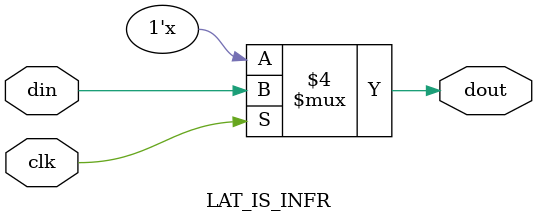
<source format=v>
module LAT_IS_INFR (din,dout,clk);
   output dout;
   input din;
   input clk;
   reg dout;
   always @(clk,din) 
   begin 
      if (clk == 1)
      dout = din;
   end
endmodule

</source>
